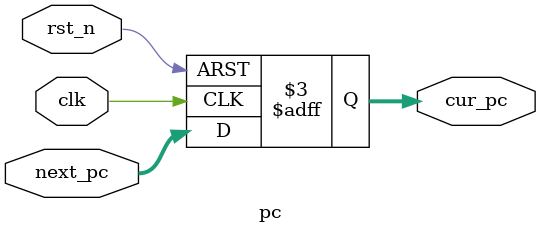
<source format=v>
`timescale 1ns / 1ps


module pc(
    input              clk,
    input              rst_n,
    input [31:0]       next_pc,
    
    output reg [31:0]  cur_pc
);

always @ (posedge clk or negedge rst_n) begin
    if(~rst_n) begin
        cur_pc <= 32'b0;
    end
    else begin
        cur_pc <= next_pc;
    end
end
endmodule

</source>
